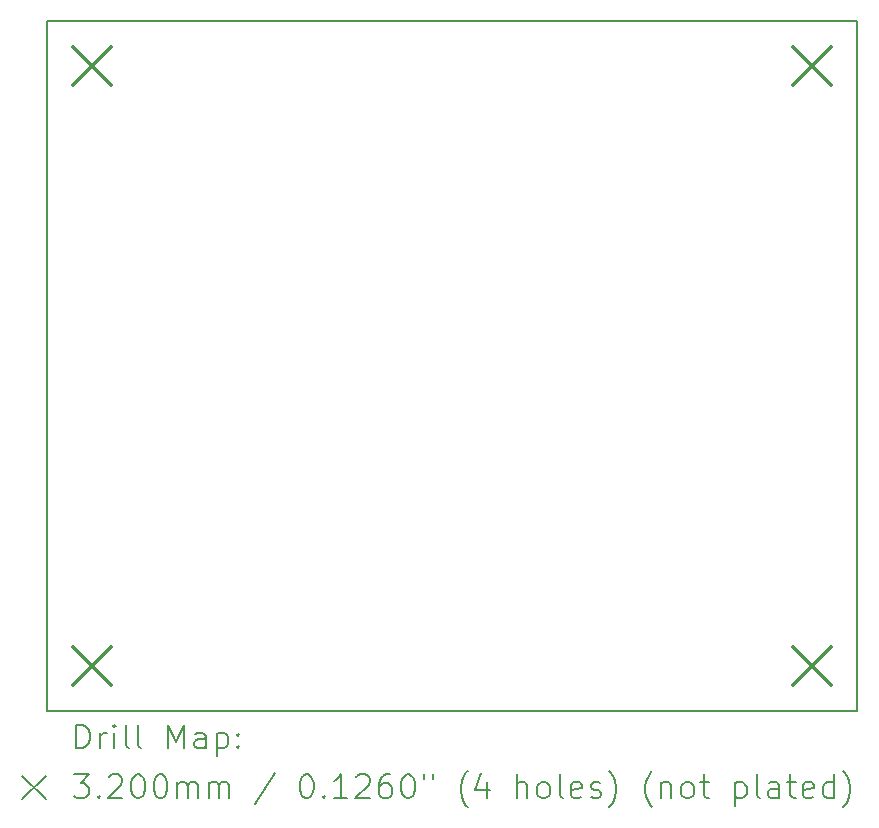
<source format=gbr>
%FSLAX45Y45*%
G04 Gerber Fmt 4.5, Leading zero omitted, Abs format (unit mm)*
G04 Created by KiCad (PCBNEW (6.0.4)) date 2022-04-22 20:47:05*
%MOMM*%
%LPD*%
G01*
G04 APERTURE LIST*
%TA.AperFunction,Profile*%
%ADD10C,0.200000*%
%TD*%
%ADD11C,0.200000*%
%ADD12C,0.320000*%
G04 APERTURE END LIST*
D10*
X17960340Y-7101840D02*
X11102340Y-7101840D01*
X11102340Y-7101840D02*
X11102340Y-12943840D01*
X11102340Y-12943840D02*
X17960340Y-12943840D01*
X17960340Y-12943840D02*
X17960340Y-7101840D01*
D11*
D12*
X11323340Y-7322840D02*
X11643340Y-7642840D01*
X11643340Y-7322840D02*
X11323340Y-7642840D01*
X11323340Y-12402840D02*
X11643340Y-12722840D01*
X11643340Y-12402840D02*
X11323340Y-12722840D01*
X17419340Y-7322840D02*
X17739340Y-7642840D01*
X17739340Y-7322840D02*
X17419340Y-7642840D01*
X17419340Y-12402840D02*
X17739340Y-12722840D01*
X17739340Y-12402840D02*
X17419340Y-12722840D01*
D11*
X11349959Y-13264316D02*
X11349959Y-13064316D01*
X11397578Y-13064316D01*
X11426149Y-13073840D01*
X11445197Y-13092888D01*
X11454721Y-13111935D01*
X11464245Y-13150030D01*
X11464245Y-13178602D01*
X11454721Y-13216697D01*
X11445197Y-13235745D01*
X11426149Y-13254792D01*
X11397578Y-13264316D01*
X11349959Y-13264316D01*
X11549959Y-13264316D02*
X11549959Y-13130983D01*
X11549959Y-13169078D02*
X11559483Y-13150030D01*
X11569007Y-13140507D01*
X11588054Y-13130983D01*
X11607102Y-13130983D01*
X11673768Y-13264316D02*
X11673768Y-13130983D01*
X11673768Y-13064316D02*
X11664245Y-13073840D01*
X11673768Y-13083364D01*
X11683292Y-13073840D01*
X11673768Y-13064316D01*
X11673768Y-13083364D01*
X11797578Y-13264316D02*
X11778530Y-13254792D01*
X11769007Y-13235745D01*
X11769007Y-13064316D01*
X11902340Y-13264316D02*
X11883292Y-13254792D01*
X11873768Y-13235745D01*
X11873768Y-13064316D01*
X12130911Y-13264316D02*
X12130911Y-13064316D01*
X12197578Y-13207173D01*
X12264245Y-13064316D01*
X12264245Y-13264316D01*
X12445197Y-13264316D02*
X12445197Y-13159554D01*
X12435673Y-13140507D01*
X12416626Y-13130983D01*
X12378530Y-13130983D01*
X12359483Y-13140507D01*
X12445197Y-13254792D02*
X12426149Y-13264316D01*
X12378530Y-13264316D01*
X12359483Y-13254792D01*
X12349959Y-13235745D01*
X12349959Y-13216697D01*
X12359483Y-13197649D01*
X12378530Y-13188126D01*
X12426149Y-13188126D01*
X12445197Y-13178602D01*
X12540435Y-13130983D02*
X12540435Y-13330983D01*
X12540435Y-13140507D02*
X12559483Y-13130983D01*
X12597578Y-13130983D01*
X12616626Y-13140507D01*
X12626149Y-13150030D01*
X12635673Y-13169078D01*
X12635673Y-13226221D01*
X12626149Y-13245268D01*
X12616626Y-13254792D01*
X12597578Y-13264316D01*
X12559483Y-13264316D01*
X12540435Y-13254792D01*
X12721388Y-13245268D02*
X12730911Y-13254792D01*
X12721388Y-13264316D01*
X12711864Y-13254792D01*
X12721388Y-13245268D01*
X12721388Y-13264316D01*
X12721388Y-13140507D02*
X12730911Y-13150030D01*
X12721388Y-13159554D01*
X12711864Y-13150030D01*
X12721388Y-13140507D01*
X12721388Y-13159554D01*
X10892340Y-13493840D02*
X11092340Y-13693840D01*
X11092340Y-13493840D02*
X10892340Y-13693840D01*
X11330911Y-13484316D02*
X11454721Y-13484316D01*
X11388054Y-13560507D01*
X11416626Y-13560507D01*
X11435673Y-13570030D01*
X11445197Y-13579554D01*
X11454721Y-13598602D01*
X11454721Y-13646221D01*
X11445197Y-13665268D01*
X11435673Y-13674792D01*
X11416626Y-13684316D01*
X11359483Y-13684316D01*
X11340435Y-13674792D01*
X11330911Y-13665268D01*
X11540435Y-13665268D02*
X11549959Y-13674792D01*
X11540435Y-13684316D01*
X11530911Y-13674792D01*
X11540435Y-13665268D01*
X11540435Y-13684316D01*
X11626149Y-13503364D02*
X11635673Y-13493840D01*
X11654721Y-13484316D01*
X11702340Y-13484316D01*
X11721388Y-13493840D01*
X11730911Y-13503364D01*
X11740435Y-13522411D01*
X11740435Y-13541459D01*
X11730911Y-13570030D01*
X11616626Y-13684316D01*
X11740435Y-13684316D01*
X11864245Y-13484316D02*
X11883292Y-13484316D01*
X11902340Y-13493840D01*
X11911864Y-13503364D01*
X11921388Y-13522411D01*
X11930911Y-13560507D01*
X11930911Y-13608126D01*
X11921388Y-13646221D01*
X11911864Y-13665268D01*
X11902340Y-13674792D01*
X11883292Y-13684316D01*
X11864245Y-13684316D01*
X11845197Y-13674792D01*
X11835673Y-13665268D01*
X11826149Y-13646221D01*
X11816626Y-13608126D01*
X11816626Y-13560507D01*
X11826149Y-13522411D01*
X11835673Y-13503364D01*
X11845197Y-13493840D01*
X11864245Y-13484316D01*
X12054721Y-13484316D02*
X12073768Y-13484316D01*
X12092816Y-13493840D01*
X12102340Y-13503364D01*
X12111864Y-13522411D01*
X12121388Y-13560507D01*
X12121388Y-13608126D01*
X12111864Y-13646221D01*
X12102340Y-13665268D01*
X12092816Y-13674792D01*
X12073768Y-13684316D01*
X12054721Y-13684316D01*
X12035673Y-13674792D01*
X12026149Y-13665268D01*
X12016626Y-13646221D01*
X12007102Y-13608126D01*
X12007102Y-13560507D01*
X12016626Y-13522411D01*
X12026149Y-13503364D01*
X12035673Y-13493840D01*
X12054721Y-13484316D01*
X12207102Y-13684316D02*
X12207102Y-13550983D01*
X12207102Y-13570030D02*
X12216626Y-13560507D01*
X12235673Y-13550983D01*
X12264245Y-13550983D01*
X12283292Y-13560507D01*
X12292816Y-13579554D01*
X12292816Y-13684316D01*
X12292816Y-13579554D02*
X12302340Y-13560507D01*
X12321388Y-13550983D01*
X12349959Y-13550983D01*
X12369007Y-13560507D01*
X12378530Y-13579554D01*
X12378530Y-13684316D01*
X12473768Y-13684316D02*
X12473768Y-13550983D01*
X12473768Y-13570030D02*
X12483292Y-13560507D01*
X12502340Y-13550983D01*
X12530911Y-13550983D01*
X12549959Y-13560507D01*
X12559483Y-13579554D01*
X12559483Y-13684316D01*
X12559483Y-13579554D02*
X12569007Y-13560507D01*
X12588054Y-13550983D01*
X12616626Y-13550983D01*
X12635673Y-13560507D01*
X12645197Y-13579554D01*
X12645197Y-13684316D01*
X13035673Y-13474792D02*
X12864245Y-13731935D01*
X13292816Y-13484316D02*
X13311864Y-13484316D01*
X13330911Y-13493840D01*
X13340435Y-13503364D01*
X13349959Y-13522411D01*
X13359483Y-13560507D01*
X13359483Y-13608126D01*
X13349959Y-13646221D01*
X13340435Y-13665268D01*
X13330911Y-13674792D01*
X13311864Y-13684316D01*
X13292816Y-13684316D01*
X13273768Y-13674792D01*
X13264245Y-13665268D01*
X13254721Y-13646221D01*
X13245197Y-13608126D01*
X13245197Y-13560507D01*
X13254721Y-13522411D01*
X13264245Y-13503364D01*
X13273768Y-13493840D01*
X13292816Y-13484316D01*
X13445197Y-13665268D02*
X13454721Y-13674792D01*
X13445197Y-13684316D01*
X13435673Y-13674792D01*
X13445197Y-13665268D01*
X13445197Y-13684316D01*
X13645197Y-13684316D02*
X13530911Y-13684316D01*
X13588054Y-13684316D02*
X13588054Y-13484316D01*
X13569007Y-13512888D01*
X13549959Y-13531935D01*
X13530911Y-13541459D01*
X13721388Y-13503364D02*
X13730911Y-13493840D01*
X13749959Y-13484316D01*
X13797578Y-13484316D01*
X13816626Y-13493840D01*
X13826149Y-13503364D01*
X13835673Y-13522411D01*
X13835673Y-13541459D01*
X13826149Y-13570030D01*
X13711864Y-13684316D01*
X13835673Y-13684316D01*
X14007102Y-13484316D02*
X13969007Y-13484316D01*
X13949959Y-13493840D01*
X13940435Y-13503364D01*
X13921388Y-13531935D01*
X13911864Y-13570030D01*
X13911864Y-13646221D01*
X13921388Y-13665268D01*
X13930911Y-13674792D01*
X13949959Y-13684316D01*
X13988054Y-13684316D01*
X14007102Y-13674792D01*
X14016626Y-13665268D01*
X14026149Y-13646221D01*
X14026149Y-13598602D01*
X14016626Y-13579554D01*
X14007102Y-13570030D01*
X13988054Y-13560507D01*
X13949959Y-13560507D01*
X13930911Y-13570030D01*
X13921388Y-13579554D01*
X13911864Y-13598602D01*
X14149959Y-13484316D02*
X14169007Y-13484316D01*
X14188054Y-13493840D01*
X14197578Y-13503364D01*
X14207102Y-13522411D01*
X14216626Y-13560507D01*
X14216626Y-13608126D01*
X14207102Y-13646221D01*
X14197578Y-13665268D01*
X14188054Y-13674792D01*
X14169007Y-13684316D01*
X14149959Y-13684316D01*
X14130911Y-13674792D01*
X14121388Y-13665268D01*
X14111864Y-13646221D01*
X14102340Y-13608126D01*
X14102340Y-13560507D01*
X14111864Y-13522411D01*
X14121388Y-13503364D01*
X14130911Y-13493840D01*
X14149959Y-13484316D01*
X14292816Y-13484316D02*
X14292816Y-13522411D01*
X14369007Y-13484316D02*
X14369007Y-13522411D01*
X14664245Y-13760507D02*
X14654721Y-13750983D01*
X14635673Y-13722411D01*
X14626149Y-13703364D01*
X14616626Y-13674792D01*
X14607102Y-13627173D01*
X14607102Y-13589078D01*
X14616626Y-13541459D01*
X14626149Y-13512888D01*
X14635673Y-13493840D01*
X14654721Y-13465268D01*
X14664245Y-13455745D01*
X14826149Y-13550983D02*
X14826149Y-13684316D01*
X14778530Y-13474792D02*
X14730911Y-13617649D01*
X14854721Y-13617649D01*
X15083292Y-13684316D02*
X15083292Y-13484316D01*
X15169007Y-13684316D02*
X15169007Y-13579554D01*
X15159483Y-13560507D01*
X15140435Y-13550983D01*
X15111864Y-13550983D01*
X15092816Y-13560507D01*
X15083292Y-13570030D01*
X15292816Y-13684316D02*
X15273768Y-13674792D01*
X15264245Y-13665268D01*
X15254721Y-13646221D01*
X15254721Y-13589078D01*
X15264245Y-13570030D01*
X15273768Y-13560507D01*
X15292816Y-13550983D01*
X15321388Y-13550983D01*
X15340435Y-13560507D01*
X15349959Y-13570030D01*
X15359483Y-13589078D01*
X15359483Y-13646221D01*
X15349959Y-13665268D01*
X15340435Y-13674792D01*
X15321388Y-13684316D01*
X15292816Y-13684316D01*
X15473768Y-13684316D02*
X15454721Y-13674792D01*
X15445197Y-13655745D01*
X15445197Y-13484316D01*
X15626149Y-13674792D02*
X15607102Y-13684316D01*
X15569007Y-13684316D01*
X15549959Y-13674792D01*
X15540435Y-13655745D01*
X15540435Y-13579554D01*
X15549959Y-13560507D01*
X15569007Y-13550983D01*
X15607102Y-13550983D01*
X15626149Y-13560507D01*
X15635673Y-13579554D01*
X15635673Y-13598602D01*
X15540435Y-13617649D01*
X15711864Y-13674792D02*
X15730911Y-13684316D01*
X15769007Y-13684316D01*
X15788054Y-13674792D01*
X15797578Y-13655745D01*
X15797578Y-13646221D01*
X15788054Y-13627173D01*
X15769007Y-13617649D01*
X15740435Y-13617649D01*
X15721388Y-13608126D01*
X15711864Y-13589078D01*
X15711864Y-13579554D01*
X15721388Y-13560507D01*
X15740435Y-13550983D01*
X15769007Y-13550983D01*
X15788054Y-13560507D01*
X15864245Y-13760507D02*
X15873768Y-13750983D01*
X15892816Y-13722411D01*
X15902340Y-13703364D01*
X15911864Y-13674792D01*
X15921388Y-13627173D01*
X15921388Y-13589078D01*
X15911864Y-13541459D01*
X15902340Y-13512888D01*
X15892816Y-13493840D01*
X15873768Y-13465268D01*
X15864245Y-13455745D01*
X16226149Y-13760507D02*
X16216626Y-13750983D01*
X16197578Y-13722411D01*
X16188054Y-13703364D01*
X16178530Y-13674792D01*
X16169007Y-13627173D01*
X16169007Y-13589078D01*
X16178530Y-13541459D01*
X16188054Y-13512888D01*
X16197578Y-13493840D01*
X16216626Y-13465268D01*
X16226149Y-13455745D01*
X16302340Y-13550983D02*
X16302340Y-13684316D01*
X16302340Y-13570030D02*
X16311864Y-13560507D01*
X16330911Y-13550983D01*
X16359483Y-13550983D01*
X16378530Y-13560507D01*
X16388054Y-13579554D01*
X16388054Y-13684316D01*
X16511864Y-13684316D02*
X16492816Y-13674792D01*
X16483292Y-13665268D01*
X16473768Y-13646221D01*
X16473768Y-13589078D01*
X16483292Y-13570030D01*
X16492816Y-13560507D01*
X16511864Y-13550983D01*
X16540435Y-13550983D01*
X16559483Y-13560507D01*
X16569007Y-13570030D01*
X16578530Y-13589078D01*
X16578530Y-13646221D01*
X16569007Y-13665268D01*
X16559483Y-13674792D01*
X16540435Y-13684316D01*
X16511864Y-13684316D01*
X16635673Y-13550983D02*
X16711864Y-13550983D01*
X16664245Y-13484316D02*
X16664245Y-13655745D01*
X16673768Y-13674792D01*
X16692816Y-13684316D01*
X16711864Y-13684316D01*
X16930911Y-13550983D02*
X16930911Y-13750983D01*
X16930911Y-13560507D02*
X16949959Y-13550983D01*
X16988054Y-13550983D01*
X17007102Y-13560507D01*
X17016626Y-13570030D01*
X17026150Y-13589078D01*
X17026150Y-13646221D01*
X17016626Y-13665268D01*
X17007102Y-13674792D01*
X16988054Y-13684316D01*
X16949959Y-13684316D01*
X16930911Y-13674792D01*
X17140435Y-13684316D02*
X17121388Y-13674792D01*
X17111864Y-13655745D01*
X17111864Y-13484316D01*
X17302340Y-13684316D02*
X17302340Y-13579554D01*
X17292816Y-13560507D01*
X17273769Y-13550983D01*
X17235673Y-13550983D01*
X17216626Y-13560507D01*
X17302340Y-13674792D02*
X17283292Y-13684316D01*
X17235673Y-13684316D01*
X17216626Y-13674792D01*
X17207102Y-13655745D01*
X17207102Y-13636697D01*
X17216626Y-13617649D01*
X17235673Y-13608126D01*
X17283292Y-13608126D01*
X17302340Y-13598602D01*
X17369007Y-13550983D02*
X17445197Y-13550983D01*
X17397578Y-13484316D02*
X17397578Y-13655745D01*
X17407102Y-13674792D01*
X17426150Y-13684316D01*
X17445197Y-13684316D01*
X17588054Y-13674792D02*
X17569007Y-13684316D01*
X17530911Y-13684316D01*
X17511864Y-13674792D01*
X17502340Y-13655745D01*
X17502340Y-13579554D01*
X17511864Y-13560507D01*
X17530911Y-13550983D01*
X17569007Y-13550983D01*
X17588054Y-13560507D01*
X17597578Y-13579554D01*
X17597578Y-13598602D01*
X17502340Y-13617649D01*
X17769007Y-13684316D02*
X17769007Y-13484316D01*
X17769007Y-13674792D02*
X17749959Y-13684316D01*
X17711864Y-13684316D01*
X17692816Y-13674792D01*
X17683292Y-13665268D01*
X17673769Y-13646221D01*
X17673769Y-13589078D01*
X17683292Y-13570030D01*
X17692816Y-13560507D01*
X17711864Y-13550983D01*
X17749959Y-13550983D01*
X17769007Y-13560507D01*
X17845197Y-13760507D02*
X17854721Y-13750983D01*
X17873769Y-13722411D01*
X17883292Y-13703364D01*
X17892816Y-13674792D01*
X17902340Y-13627173D01*
X17902340Y-13589078D01*
X17892816Y-13541459D01*
X17883292Y-13512888D01*
X17873769Y-13493840D01*
X17854721Y-13465268D01*
X17845197Y-13455745D01*
M02*

</source>
